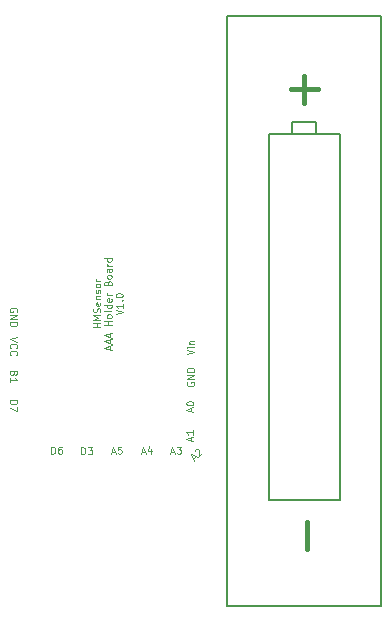
<source format=gto>
G04 #@! TF.FileFunction,Legend,Top*
%FSLAX46Y46*%
G04 Gerber Fmt 4.6, Leading zero omitted, Abs format (unit mm)*
G04 Created by KiCad (PCBNEW 4.0.2-stable) date 05.07.2017 20:37:20*
%MOMM*%
G01*
G04 APERTURE LIST*
%ADD10C,0.100000*%
%ADD11C,0.150000*%
%ADD12C,0.400000*%
G04 APERTURE END LIST*
D10*
X172004071Y-118175143D02*
X172604071Y-118175143D01*
X172604071Y-118318000D01*
X172575500Y-118403715D01*
X172518357Y-118460857D01*
X172461214Y-118489429D01*
X172346929Y-118518000D01*
X172261214Y-118518000D01*
X172146929Y-118489429D01*
X172089786Y-118460857D01*
X172032643Y-118403715D01*
X172004071Y-118318000D01*
X172004071Y-118175143D01*
X172604071Y-118718000D02*
X172604071Y-119118000D01*
X172004071Y-118860857D01*
X172318357Y-115898643D02*
X172289786Y-115984357D01*
X172261214Y-116012929D01*
X172204071Y-116041500D01*
X172118357Y-116041500D01*
X172061214Y-116012929D01*
X172032643Y-115984357D01*
X172004071Y-115927215D01*
X172004071Y-115698643D01*
X172604071Y-115698643D01*
X172604071Y-115898643D01*
X172575500Y-115955786D01*
X172546929Y-115984357D01*
X172489786Y-116012929D01*
X172432643Y-116012929D01*
X172375500Y-115984357D01*
X172346929Y-115955786D01*
X172318357Y-115898643D01*
X172318357Y-115698643D01*
X172004071Y-116612929D02*
X172004071Y-116270072D01*
X172004071Y-116441500D02*
X172604071Y-116441500D01*
X172518357Y-116384357D01*
X172461214Y-116327215D01*
X172432643Y-116270072D01*
X172604071Y-112801500D02*
X172004071Y-113001500D01*
X172604071Y-113201500D01*
X172061214Y-113744357D02*
X172032643Y-113715786D01*
X172004071Y-113630072D01*
X172004071Y-113572929D01*
X172032643Y-113487214D01*
X172089786Y-113430072D01*
X172146929Y-113401500D01*
X172261214Y-113372929D01*
X172346929Y-113372929D01*
X172461214Y-113401500D01*
X172518357Y-113430072D01*
X172575500Y-113487214D01*
X172604071Y-113572929D01*
X172604071Y-113630072D01*
X172575500Y-113715786D01*
X172546929Y-113744357D01*
X172061214Y-114344357D02*
X172032643Y-114315786D01*
X172004071Y-114230072D01*
X172004071Y-114172929D01*
X172032643Y-114087214D01*
X172089786Y-114030072D01*
X172146929Y-114001500D01*
X172261214Y-113972929D01*
X172346929Y-113972929D01*
X172461214Y-114001500D01*
X172518357Y-114030072D01*
X172575500Y-114087214D01*
X172604071Y-114172929D01*
X172604071Y-114230072D01*
X172575500Y-114315786D01*
X172546929Y-114344357D01*
X172575500Y-110667858D02*
X172604071Y-110610715D01*
X172604071Y-110525001D01*
X172575500Y-110439286D01*
X172518357Y-110382144D01*
X172461214Y-110353572D01*
X172346929Y-110325001D01*
X172261214Y-110325001D01*
X172146929Y-110353572D01*
X172089786Y-110382144D01*
X172032643Y-110439286D01*
X172004071Y-110525001D01*
X172004071Y-110582144D01*
X172032643Y-110667858D01*
X172061214Y-110696429D01*
X172261214Y-110696429D01*
X172261214Y-110582144D01*
X172004071Y-110953572D02*
X172604071Y-110953572D01*
X172004071Y-111296429D01*
X172604071Y-111296429D01*
X172004071Y-111582143D02*
X172604071Y-111582143D01*
X172604071Y-111725000D01*
X172575500Y-111810715D01*
X172518357Y-111867857D01*
X172461214Y-111896429D01*
X172346929Y-111925000D01*
X172261214Y-111925000D01*
X172146929Y-111896429D01*
X172089786Y-111867857D01*
X172032643Y-111810715D01*
X172004071Y-111725000D01*
X172004071Y-111582143D01*
X179671429Y-112010571D02*
X179071429Y-112010571D01*
X179357143Y-112010571D02*
X179357143Y-111667714D01*
X179671429Y-111667714D02*
X179071429Y-111667714D01*
X179671429Y-111382000D02*
X179071429Y-111382000D01*
X179500000Y-111182000D01*
X179071429Y-110982000D01*
X179671429Y-110982000D01*
X179642857Y-110724857D02*
X179671429Y-110639143D01*
X179671429Y-110496286D01*
X179642857Y-110439143D01*
X179614286Y-110410572D01*
X179557143Y-110382000D01*
X179500000Y-110382000D01*
X179442857Y-110410572D01*
X179414286Y-110439143D01*
X179385714Y-110496286D01*
X179357143Y-110610572D01*
X179328571Y-110667714D01*
X179300000Y-110696286D01*
X179242857Y-110724857D01*
X179185714Y-110724857D01*
X179128571Y-110696286D01*
X179100000Y-110667714D01*
X179071429Y-110610572D01*
X179071429Y-110467714D01*
X179100000Y-110382000D01*
X179642857Y-109896285D02*
X179671429Y-109953428D01*
X179671429Y-110067714D01*
X179642857Y-110124857D01*
X179585714Y-110153428D01*
X179357143Y-110153428D01*
X179300000Y-110124857D01*
X179271429Y-110067714D01*
X179271429Y-109953428D01*
X179300000Y-109896285D01*
X179357143Y-109867714D01*
X179414286Y-109867714D01*
X179471429Y-110153428D01*
X179271429Y-109610571D02*
X179671429Y-109610571D01*
X179328571Y-109610571D02*
X179300000Y-109581999D01*
X179271429Y-109524857D01*
X179271429Y-109439142D01*
X179300000Y-109381999D01*
X179357143Y-109353428D01*
X179671429Y-109353428D01*
X179642857Y-109096285D02*
X179671429Y-109039142D01*
X179671429Y-108924857D01*
X179642857Y-108867714D01*
X179585714Y-108839142D01*
X179557143Y-108839142D01*
X179500000Y-108867714D01*
X179471429Y-108924857D01*
X179471429Y-109010571D01*
X179442857Y-109067714D01*
X179385714Y-109096285D01*
X179357143Y-109096285D01*
X179300000Y-109067714D01*
X179271429Y-109010571D01*
X179271429Y-108924857D01*
X179300000Y-108867714D01*
X179671429Y-108496286D02*
X179642857Y-108553428D01*
X179614286Y-108582000D01*
X179557143Y-108610571D01*
X179385714Y-108610571D01*
X179328571Y-108582000D01*
X179300000Y-108553428D01*
X179271429Y-108496286D01*
X179271429Y-108410571D01*
X179300000Y-108353428D01*
X179328571Y-108324857D01*
X179385714Y-108296286D01*
X179557143Y-108296286D01*
X179614286Y-108324857D01*
X179642857Y-108353428D01*
X179671429Y-108410571D01*
X179671429Y-108496286D01*
X179671429Y-108039143D02*
X179271429Y-108039143D01*
X179385714Y-108039143D02*
X179328571Y-108010571D01*
X179300000Y-107982000D01*
X179271429Y-107924857D01*
X179271429Y-107867714D01*
X180440000Y-113853429D02*
X180440000Y-113567715D01*
X180611429Y-113910572D02*
X180011429Y-113710572D01*
X180611429Y-113510572D01*
X180440000Y-113339143D02*
X180440000Y-113053429D01*
X180611429Y-113396286D02*
X180011429Y-113196286D01*
X180611429Y-112996286D01*
X180440000Y-112824857D02*
X180440000Y-112539143D01*
X180611429Y-112882000D02*
X180011429Y-112682000D01*
X180611429Y-112482000D01*
X180611429Y-111824857D02*
X180011429Y-111824857D01*
X180297143Y-111824857D02*
X180297143Y-111482000D01*
X180611429Y-111482000D02*
X180011429Y-111482000D01*
X180611429Y-111110572D02*
X180582857Y-111167714D01*
X180554286Y-111196286D01*
X180497143Y-111224857D01*
X180325714Y-111224857D01*
X180268571Y-111196286D01*
X180240000Y-111167714D01*
X180211429Y-111110572D01*
X180211429Y-111024857D01*
X180240000Y-110967714D01*
X180268571Y-110939143D01*
X180325714Y-110910572D01*
X180497143Y-110910572D01*
X180554286Y-110939143D01*
X180582857Y-110967714D01*
X180611429Y-111024857D01*
X180611429Y-111110572D01*
X180611429Y-110567715D02*
X180582857Y-110624857D01*
X180525714Y-110653429D01*
X180011429Y-110653429D01*
X180611429Y-110082000D02*
X180011429Y-110082000D01*
X180582857Y-110082000D02*
X180611429Y-110139143D01*
X180611429Y-110253429D01*
X180582857Y-110310571D01*
X180554286Y-110339143D01*
X180497143Y-110367714D01*
X180325714Y-110367714D01*
X180268571Y-110339143D01*
X180240000Y-110310571D01*
X180211429Y-110253429D01*
X180211429Y-110139143D01*
X180240000Y-110082000D01*
X180582857Y-109567714D02*
X180611429Y-109624857D01*
X180611429Y-109739143D01*
X180582857Y-109796286D01*
X180525714Y-109824857D01*
X180297143Y-109824857D01*
X180240000Y-109796286D01*
X180211429Y-109739143D01*
X180211429Y-109624857D01*
X180240000Y-109567714D01*
X180297143Y-109539143D01*
X180354286Y-109539143D01*
X180411429Y-109824857D01*
X180611429Y-109282000D02*
X180211429Y-109282000D01*
X180325714Y-109282000D02*
X180268571Y-109253428D01*
X180240000Y-109224857D01*
X180211429Y-109167714D01*
X180211429Y-109110571D01*
X180297143Y-108253428D02*
X180325714Y-108167714D01*
X180354286Y-108139142D01*
X180411429Y-108110571D01*
X180497143Y-108110571D01*
X180554286Y-108139142D01*
X180582857Y-108167714D01*
X180611429Y-108224856D01*
X180611429Y-108453428D01*
X180011429Y-108453428D01*
X180011429Y-108253428D01*
X180040000Y-108196285D01*
X180068571Y-108167714D01*
X180125714Y-108139142D01*
X180182857Y-108139142D01*
X180240000Y-108167714D01*
X180268571Y-108196285D01*
X180297143Y-108253428D01*
X180297143Y-108453428D01*
X180611429Y-107767714D02*
X180582857Y-107824856D01*
X180554286Y-107853428D01*
X180497143Y-107881999D01*
X180325714Y-107881999D01*
X180268571Y-107853428D01*
X180240000Y-107824856D01*
X180211429Y-107767714D01*
X180211429Y-107681999D01*
X180240000Y-107624856D01*
X180268571Y-107596285D01*
X180325714Y-107567714D01*
X180497143Y-107567714D01*
X180554286Y-107596285D01*
X180582857Y-107624856D01*
X180611429Y-107681999D01*
X180611429Y-107767714D01*
X180611429Y-107053428D02*
X180297143Y-107053428D01*
X180240000Y-107081999D01*
X180211429Y-107139142D01*
X180211429Y-107253428D01*
X180240000Y-107310571D01*
X180582857Y-107053428D02*
X180611429Y-107110571D01*
X180611429Y-107253428D01*
X180582857Y-107310571D01*
X180525714Y-107339142D01*
X180468571Y-107339142D01*
X180411429Y-107310571D01*
X180382857Y-107253428D01*
X180382857Y-107110571D01*
X180354286Y-107053428D01*
X180611429Y-106767714D02*
X180211429Y-106767714D01*
X180325714Y-106767714D02*
X180268571Y-106739142D01*
X180240000Y-106710571D01*
X180211429Y-106653428D01*
X180211429Y-106596285D01*
X180611429Y-106139142D02*
X180011429Y-106139142D01*
X180582857Y-106139142D02*
X180611429Y-106196285D01*
X180611429Y-106310571D01*
X180582857Y-106367713D01*
X180554286Y-106396285D01*
X180497143Y-106424856D01*
X180325714Y-106424856D01*
X180268571Y-106396285D01*
X180240000Y-106367713D01*
X180211429Y-106310571D01*
X180211429Y-106196285D01*
X180240000Y-106139142D01*
X180951429Y-110896286D02*
X181551429Y-110696286D01*
X180951429Y-110496286D01*
X181551429Y-109982000D02*
X181551429Y-110324857D01*
X181551429Y-110153429D02*
X180951429Y-110153429D01*
X181037143Y-110210572D01*
X181094286Y-110267714D01*
X181122857Y-110324857D01*
X181494286Y-109724857D02*
X181522857Y-109696285D01*
X181551429Y-109724857D01*
X181522857Y-109753428D01*
X181494286Y-109724857D01*
X181551429Y-109724857D01*
X180951429Y-109324857D02*
X180951429Y-109267714D01*
X180980000Y-109210571D01*
X181008571Y-109182000D01*
X181065714Y-109153429D01*
X181180000Y-109124857D01*
X181322857Y-109124857D01*
X181437143Y-109153429D01*
X181494286Y-109182000D01*
X181522857Y-109210571D01*
X181551429Y-109267714D01*
X181551429Y-109324857D01*
X181522857Y-109382000D01*
X181494286Y-109410571D01*
X181437143Y-109439143D01*
X181322857Y-109467714D01*
X181180000Y-109467714D01*
X181065714Y-109439143D01*
X181008571Y-109410571D01*
X180980000Y-109382000D01*
X180951429Y-109324857D01*
X186996429Y-114279285D02*
X187596429Y-114079285D01*
X186996429Y-113879285D01*
X187596429Y-113679285D02*
X187196429Y-113679285D01*
X186996429Y-113679285D02*
X187025000Y-113707856D01*
X187053571Y-113679285D01*
X187025000Y-113650713D01*
X186996429Y-113679285D01*
X187053571Y-113679285D01*
X187196429Y-113393571D02*
X187596429Y-113393571D01*
X187253571Y-113393571D02*
X187225000Y-113364999D01*
X187196429Y-113307857D01*
X187196429Y-113222142D01*
X187225000Y-113164999D01*
X187282143Y-113136428D01*
X187596429Y-113136428D01*
X175515643Y-122699429D02*
X175515643Y-122099429D01*
X175658500Y-122099429D01*
X175744215Y-122128000D01*
X175801357Y-122185143D01*
X175829929Y-122242286D01*
X175858500Y-122356571D01*
X175858500Y-122442286D01*
X175829929Y-122556571D01*
X175801357Y-122613714D01*
X175744215Y-122670857D01*
X175658500Y-122699429D01*
X175515643Y-122699429D01*
X176372786Y-122099429D02*
X176258500Y-122099429D01*
X176201357Y-122128000D01*
X176172786Y-122156571D01*
X176115643Y-122242286D01*
X176087072Y-122356571D01*
X176087072Y-122585143D01*
X176115643Y-122642286D01*
X176144215Y-122670857D01*
X176201357Y-122699429D01*
X176315643Y-122699429D01*
X176372786Y-122670857D01*
X176401357Y-122642286D01*
X176429929Y-122585143D01*
X176429929Y-122442286D01*
X176401357Y-122385143D01*
X176372786Y-122356571D01*
X176315643Y-122328000D01*
X176201357Y-122328000D01*
X176144215Y-122356571D01*
X176115643Y-122385143D01*
X176087072Y-122442286D01*
X178055643Y-122762929D02*
X178055643Y-122162929D01*
X178198500Y-122162929D01*
X178284215Y-122191500D01*
X178341357Y-122248643D01*
X178369929Y-122305786D01*
X178398500Y-122420071D01*
X178398500Y-122505786D01*
X178369929Y-122620071D01*
X178341357Y-122677214D01*
X178284215Y-122734357D01*
X178198500Y-122762929D01*
X178055643Y-122762929D01*
X178598500Y-122162929D02*
X178969929Y-122162929D01*
X178769929Y-122391500D01*
X178855643Y-122391500D01*
X178912786Y-122420071D01*
X178941357Y-122448643D01*
X178969929Y-122505786D01*
X178969929Y-122648643D01*
X178941357Y-122705786D01*
X178912786Y-122734357D01*
X178855643Y-122762929D01*
X178684215Y-122762929D01*
X178627072Y-122734357D01*
X178598500Y-122705786D01*
X180609929Y-122528000D02*
X180895643Y-122528000D01*
X180552786Y-122699429D02*
X180752786Y-122099429D01*
X180952786Y-122699429D01*
X181438500Y-122099429D02*
X181152786Y-122099429D01*
X181124215Y-122385143D01*
X181152786Y-122356571D01*
X181209929Y-122328000D01*
X181352786Y-122328000D01*
X181409929Y-122356571D01*
X181438500Y-122385143D01*
X181467072Y-122442286D01*
X181467072Y-122585143D01*
X181438500Y-122642286D01*
X181409929Y-122670857D01*
X181352786Y-122699429D01*
X181209929Y-122699429D01*
X181152786Y-122670857D01*
X181124215Y-122642286D01*
X183149929Y-122528000D02*
X183435643Y-122528000D01*
X183092786Y-122699429D02*
X183292786Y-122099429D01*
X183492786Y-122699429D01*
X183949929Y-122299429D02*
X183949929Y-122699429D01*
X183807072Y-122070857D02*
X183664215Y-122499429D01*
X184035643Y-122499429D01*
X185626429Y-122528000D02*
X185912143Y-122528000D01*
X185569286Y-122699429D02*
X185769286Y-122099429D01*
X185969286Y-122699429D01*
X186112143Y-122099429D02*
X186483572Y-122099429D01*
X186283572Y-122328000D01*
X186369286Y-122328000D01*
X186426429Y-122356571D01*
X186455000Y-122385143D01*
X186483572Y-122442286D01*
X186483572Y-122585143D01*
X186455000Y-122642286D01*
X186426429Y-122670857D01*
X186369286Y-122699429D01*
X186197858Y-122699429D01*
X186140715Y-122670857D01*
X186112143Y-122642286D01*
X187537165Y-123119256D02*
X187739196Y-122917226D01*
X187617978Y-123280881D02*
X187335135Y-122715196D01*
X187900820Y-122998038D01*
X187638180Y-122492961D02*
X187638180Y-122452556D01*
X187658384Y-122391947D01*
X187759399Y-122290931D01*
X187820008Y-122270728D01*
X187860413Y-122270728D01*
X187921023Y-122290931D01*
X187961429Y-122331337D01*
X188001835Y-122412149D01*
X188001835Y-122897023D01*
X188264475Y-122634383D01*
X187361500Y-121586571D02*
X187361500Y-121300857D01*
X187532929Y-121643714D02*
X186932929Y-121443714D01*
X187532929Y-121243714D01*
X187532929Y-120729428D02*
X187532929Y-121072285D01*
X187532929Y-120900857D02*
X186932929Y-120900857D01*
X187018643Y-120958000D01*
X187075786Y-121015142D01*
X187104357Y-121072285D01*
X187361500Y-119110071D02*
X187361500Y-118824357D01*
X187532929Y-119167214D02*
X186932929Y-118967214D01*
X187532929Y-118767214D01*
X186932929Y-118452928D02*
X186932929Y-118395785D01*
X186961500Y-118338642D01*
X186990071Y-118310071D01*
X187047214Y-118281500D01*
X187161500Y-118252928D01*
X187304357Y-118252928D01*
X187418643Y-118281500D01*
X187475786Y-118310071D01*
X187504357Y-118338642D01*
X187532929Y-118395785D01*
X187532929Y-118452928D01*
X187504357Y-118510071D01*
X187475786Y-118538642D01*
X187418643Y-118567214D01*
X187304357Y-118595785D01*
X187161500Y-118595785D01*
X187047214Y-118567214D01*
X186990071Y-118538642D01*
X186961500Y-118510071D01*
X186932929Y-118452928D01*
X187025000Y-116662142D02*
X186996429Y-116719285D01*
X186996429Y-116804999D01*
X187025000Y-116890714D01*
X187082143Y-116947856D01*
X187139286Y-116976428D01*
X187253571Y-117004999D01*
X187339286Y-117004999D01*
X187453571Y-116976428D01*
X187510714Y-116947856D01*
X187567857Y-116890714D01*
X187596429Y-116804999D01*
X187596429Y-116747856D01*
X187567857Y-116662142D01*
X187539286Y-116633571D01*
X187339286Y-116633571D01*
X187339286Y-116747856D01*
X187596429Y-116376428D02*
X186996429Y-116376428D01*
X187596429Y-116033571D01*
X186996429Y-116033571D01*
X187596429Y-115747857D02*
X186996429Y-115747857D01*
X186996429Y-115605000D01*
X187025000Y-115519285D01*
X187082143Y-115462143D01*
X187139286Y-115433571D01*
X187253571Y-115405000D01*
X187339286Y-115405000D01*
X187453571Y-115433571D01*
X187510714Y-115462143D01*
X187567857Y-115519285D01*
X187596429Y-115605000D01*
X187596429Y-115747857D01*
D11*
X195913500Y-95617000D02*
X195913500Y-94617000D01*
X195913500Y-94617000D02*
X197913500Y-94617000D01*
X197913500Y-94617000D02*
X197913500Y-95617000D01*
X193913500Y-95617000D02*
X199913500Y-95617000D01*
X199913500Y-95617000D02*
X199913500Y-126617000D01*
X199913500Y-126617000D02*
X193913500Y-126617000D01*
X193913500Y-126617000D02*
X193913500Y-95617000D01*
X196913500Y-85617000D02*
X203413500Y-85617000D01*
X203413500Y-85617000D02*
X203413500Y-135617000D01*
X203413500Y-135617000D02*
X190413500Y-135617000D01*
X190413500Y-135617000D02*
X190413500Y-85617000D01*
X190413500Y-85617000D02*
X196913500Y-85617000D01*
D12*
X197127786Y-130759857D02*
X197127786Y-128474143D01*
X195770643Y-91831286D02*
X198056357Y-91831286D01*
X196913500Y-92974143D02*
X196913500Y-90688429D01*
M02*

</source>
